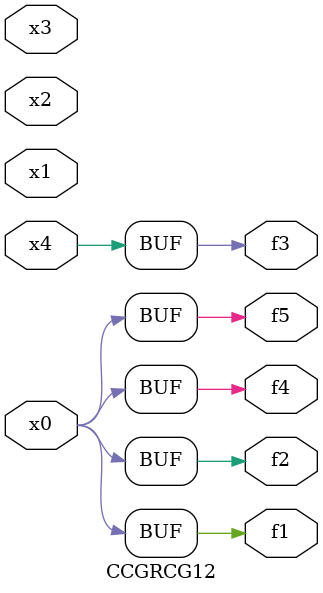
<source format=v>
module CCGRCG12(
	input x0, x1, x2, x3, x4,
	output f1, f2, f3, f4, f5
);
	assign f1 = x0;
	assign f2 = x0;
	assign f3 = x4;
	assign f4 = x0;
	assign f5 = x0;
endmodule

</source>
